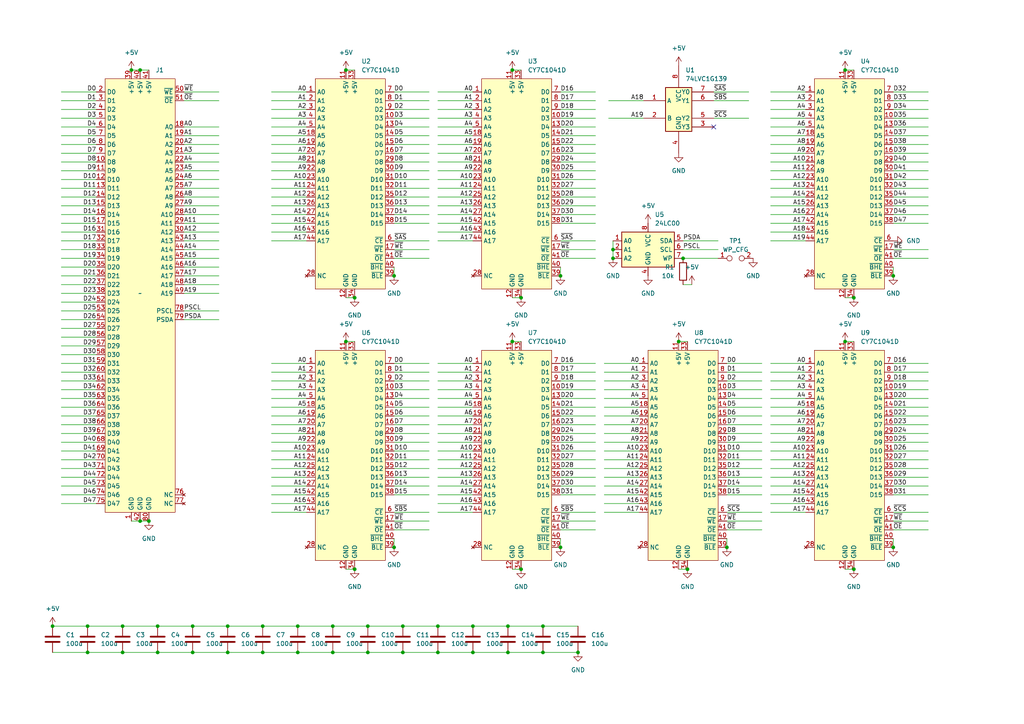
<source format=kicad_sch>
(kicad_sch (version 20230121) (generator eeschema)
  (paper "A4")
  (junction (at 247.65 165.1))
  (junction (at 147.32 181.61))
  (junction (at 137.16 181.61))
  (junction (at 177.8 72.39))
  (junction (at 106.68 189.23))
  (junction (at 25.4 181.61))
  (junction (at 196.85 99.06))
  (junction (at 210.82 158.75))
  (junction (at 40.64 20.32))
  (junction (at 157.48 189.23))
  (junction (at 100.33 99.06))
  (junction (at 15.24 181.61))
  (junction (at 66.04 189.23))
  (junction (at 76.2 181.61))
  (junction (at 100.33 20.32))
  (junction (at 76.2 189.23))
  (junction (at 127 189.23))
  (junction (at 259.08 158.75))
  (junction (at 147.32 189.23))
  (junction (at 43.18 151.13))
  (junction (at 157.48 181.61))
  (junction (at 162.56 158.75))
  (junction (at 66.04 181.61))
  (junction (at 259.08 80.01))
  (junction (at 35.56 181.61))
  (junction (at 127 181.61))
  (junction (at 86.36 181.61))
  (junction (at 55.88 189.23))
  (junction (at 198.12 74.93))
  (junction (at 25.4 189.23))
  (junction (at 102.87 86.36))
  (junction (at 162.56 80.01))
  (junction (at 38.1 20.32))
  (junction (at 45.72 189.23))
  (junction (at 114.3 80.01))
  (junction (at 148.59 20.32))
  (junction (at 86.36 189.23))
  (junction (at 137.16 189.23))
  (junction (at 45.72 181.61))
  (junction (at 102.87 165.1))
  (junction (at 245.11 99.06))
  (junction (at 106.68 181.61))
  (junction (at 116.84 189.23))
  (junction (at 245.11 20.32))
  (junction (at 114.3 158.75))
  (junction (at 35.56 189.23))
  (junction (at 55.88 181.61))
  (junction (at 199.39 165.1))
  (junction (at 148.59 99.06))
  (junction (at 177.8 74.93))
  (junction (at 247.65 86.36))
  (junction (at 96.52 181.61))
  (junction (at 151.13 86.36))
  (junction (at 167.64 189.23))
  (junction (at 40.64 151.13))
  (junction (at 116.84 181.61))
  (junction (at 96.52 189.23))
  (junction (at 151.13 165.1))
  (no_connect (at 207.01 36.83))
  (wire (pts (xy 259.08 151.13) (xy 269.24 151.13)))
  (wire (pts (xy 114.3 49.53) (xy 124.46 49.53)))
  (wire (pts (xy 114.3 143.51) (xy 124.46 143.51)))
  (wire (pts (xy 210.82 140.97) (xy 220.98 140.97)))
  (wire (pts (xy 27.94 118.11) (xy 17.78 118.11)))
  (wire (pts (xy 162.56 135.89) (xy 172.72 135.89)))
  (wire (pts (xy 199.39 165.1) (xy 196.85 165.1)))
  (wire (pts (xy 27.94 92.71) (xy 17.78 92.71)))
  (wire (pts (xy 137.16 54.61) (xy 127 54.61)))
  (wire (pts (xy 185.42 130.81) (xy 175.26 130.81)))
  (wire (pts (xy 259.08 36.83) (xy 269.24 36.83)))
  (wire (pts (xy 162.56 130.81) (xy 172.72 130.81)))
  (wire (pts (xy 27.94 72.39) (xy 17.78 72.39)))
  (wire (pts (xy 259.08 133.35) (xy 269.24 133.35)))
  (wire (pts (xy 137.16 146.05) (xy 127 146.05)))
  (wire (pts (xy 102.87 86.36) (xy 100.33 86.36)))
  (wire (pts (xy 53.34 44.45) (xy 63.5 44.45)))
  (wire (pts (xy 53.34 26.67) (xy 63.5 26.67)))
  (wire (pts (xy 96.52 189.23) (xy 86.36 189.23)))
  (wire (pts (xy 40.64 20.32) (xy 43.18 20.32)))
  (wire (pts (xy 88.9 39.37) (xy 78.74 39.37)))
  (wire (pts (xy 86.36 189.23) (xy 76.2 189.23)))
  (wire (pts (xy 27.94 36.83) (xy 17.78 36.83)))
  (wire (pts (xy 27.94 128.27) (xy 17.78 128.27)))
  (wire (pts (xy 259.08 64.77) (xy 269.24 64.77)))
  (wire (pts (xy 114.3 128.27) (xy 124.46 128.27)))
  (wire (pts (xy 198.12 72.39) (xy 208.28 72.39)))
  (wire (pts (xy 53.34 46.99) (xy 63.5 46.99)))
  (wire (pts (xy 185.42 110.49) (xy 175.26 110.49)))
  (wire (pts (xy 53.34 62.23) (xy 63.5 62.23)))
  (wire (pts (xy 137.16 115.57) (xy 127 115.57)))
  (wire (pts (xy 53.34 69.85) (xy 63.5 69.85)))
  (wire (pts (xy 45.72 181.61) (xy 55.88 181.61)))
  (wire (pts (xy 88.9 57.15) (xy 78.74 57.15)))
  (wire (pts (xy 162.56 44.45) (xy 172.72 44.45)))
  (wire (pts (xy 88.9 26.67) (xy 78.74 26.67)))
  (wire (pts (xy 233.68 148.59) (xy 223.52 148.59)))
  (wire (pts (xy 27.94 123.19) (xy 17.78 123.19)))
  (wire (pts (xy 162.56 151.13) (xy 172.72 151.13)))
  (wire (pts (xy 137.16 105.41) (xy 127 105.41)))
  (wire (pts (xy 233.68 107.95) (xy 223.52 107.95)))
  (wire (pts (xy 167.64 189.23) (xy 157.48 189.23)))
  (wire (pts (xy 210.82 118.11) (xy 220.98 118.11)))
  (wire (pts (xy 259.08 158.75) (xy 259.08 156.21)))
  (wire (pts (xy 137.16 123.19) (xy 127 123.19)))
  (wire (pts (xy 88.9 46.99) (xy 78.74 46.99)))
  (wire (pts (xy 247.65 165.1) (xy 245.11 165.1)))
  (wire (pts (xy 137.16 130.81) (xy 127 130.81)))
  (wire (pts (xy 147.32 189.23) (xy 157.48 189.23)))
  (wire (pts (xy 27.94 120.65) (xy 17.78 120.65)))
  (wire (pts (xy 162.56 80.01) (xy 162.56 77.47)))
  (wire (pts (xy 186.69 29.21) (xy 176.53 29.21)))
  (wire (pts (xy 114.3 110.49) (xy 124.46 110.49)))
  (wire (pts (xy 233.68 29.21) (xy 223.52 29.21)))
  (wire (pts (xy 114.3 26.67) (xy 124.46 26.67)))
  (wire (pts (xy 66.04 181.61) (xy 76.2 181.61)))
  (wire (pts (xy 162.56 72.39) (xy 172.72 72.39)))
  (wire (pts (xy 233.68 133.35) (xy 223.52 133.35)))
  (wire (pts (xy 114.3 72.39) (xy 124.46 72.39)))
  (wire (pts (xy 88.9 110.49) (xy 78.74 110.49)))
  (wire (pts (xy 137.16 29.21) (xy 127 29.21)))
  (wire (pts (xy 27.94 135.89) (xy 17.78 135.89)))
  (wire (pts (xy 233.68 62.23) (xy 223.52 62.23)))
  (wire (pts (xy 233.68 125.73) (xy 223.52 125.73)))
  (wire (pts (xy 100.33 99.06) (xy 102.87 99.06)))
  (wire (pts (xy 259.08 107.95) (xy 269.24 107.95)))
  (wire (pts (xy 27.94 67.31) (xy 17.78 67.31)))
  (wire (pts (xy 88.9 140.97) (xy 78.74 140.97)))
  (wire (pts (xy 114.3 41.91) (xy 124.46 41.91)))
  (wire (pts (xy 55.88 189.23) (xy 66.04 189.23)))
  (wire (pts (xy 207.01 34.29) (xy 217.17 34.29)))
  (wire (pts (xy 162.56 110.49) (xy 172.72 110.49)))
  (wire (pts (xy 259.08 125.73) (xy 269.24 125.73)))
  (wire (pts (xy 185.42 105.41) (xy 175.26 105.41)))
  (wire (pts (xy 162.56 125.73) (xy 172.72 125.73)))
  (wire (pts (xy 116.84 181.61) (xy 127 181.61)))
  (wire (pts (xy 53.34 54.61) (xy 63.5 54.61)))
  (wire (pts (xy 27.94 46.99) (xy 17.78 46.99)))
  (wire (pts (xy 27.94 110.49) (xy 17.78 110.49)))
  (wire (pts (xy 88.9 54.61) (xy 78.74 54.61)))
  (wire (pts (xy 114.3 52.07) (xy 124.46 52.07)))
  (wire (pts (xy 88.9 123.19) (xy 78.74 123.19)))
  (wire (pts (xy 114.3 80.01) (xy 114.3 77.47)))
  (wire (pts (xy 137.16 36.83) (xy 127 36.83)))
  (wire (pts (xy 27.94 102.87) (xy 17.78 102.87)))
  (wire (pts (xy 259.08 46.99) (xy 269.24 46.99)))
  (wire (pts (xy 210.82 151.13) (xy 220.98 151.13)))
  (wire (pts (xy 233.68 57.15) (xy 223.52 57.15)))
  (wire (pts (xy 114.3 158.75) (xy 114.3 156.21)))
  (wire (pts (xy 259.08 59.69) (xy 269.24 59.69)))
  (wire (pts (xy 259.08 80.01) (xy 259.08 77.47)))
  (wire (pts (xy 137.16 39.37) (xy 127 39.37)))
  (wire (pts (xy 185.42 140.97) (xy 175.26 140.97)))
  (wire (pts (xy 210.82 130.81) (xy 220.98 130.81)))
  (wire (pts (xy 114.3 105.41) (xy 124.46 105.41)))
  (wire (pts (xy 53.34 59.69) (xy 63.5 59.69)))
  (wire (pts (xy 27.94 100.33) (xy 17.78 100.33)))
  (wire (pts (xy 114.3 140.97) (xy 124.46 140.97)))
  (wire (pts (xy 259.08 123.19) (xy 269.24 123.19)))
  (wire (pts (xy 137.16 52.07) (xy 127 52.07)))
  (wire (pts (xy 43.18 151.13) (xy 40.64 151.13)))
  (wire (pts (xy 162.56 26.67) (xy 172.72 26.67)))
  (wire (pts (xy 137.16 120.65) (xy 127 120.65)))
  (wire (pts (xy 27.94 143.51) (xy 17.78 143.51)))
  (wire (pts (xy 233.68 113.03) (xy 223.52 113.03)))
  (wire (pts (xy 114.3 123.19) (xy 124.46 123.19)))
  (wire (pts (xy 27.94 140.97) (xy 17.78 140.97)))
  (wire (pts (xy 185.42 138.43) (xy 175.26 138.43)))
  (wire (pts (xy 233.68 135.89) (xy 223.52 135.89)))
  (wire (pts (xy 259.08 57.15) (xy 269.24 57.15)))
  (wire (pts (xy 88.9 143.51) (xy 78.74 143.51)))
  (wire (pts (xy 27.94 97.79) (xy 17.78 97.79)))
  (wire (pts (xy 53.34 57.15) (xy 63.5 57.15)))
  (wire (pts (xy 127 189.23) (xy 116.84 189.23)))
  (wire (pts (xy 233.68 49.53) (xy 223.52 49.53)))
  (wire (pts (xy 137.16 67.31) (xy 127 67.31)))
  (wire (pts (xy 137.16 69.85) (xy 127 69.85)))
  (wire (pts (xy 27.94 87.63) (xy 17.78 87.63)))
  (wire (pts (xy 137.16 64.77) (xy 127 64.77)))
  (wire (pts (xy 114.3 74.93) (xy 124.46 74.93)))
  (wire (pts (xy 27.94 54.61) (xy 17.78 54.61)))
  (wire (pts (xy 137.16 44.45) (xy 127 44.45)))
  (wire (pts (xy 162.56 62.23) (xy 172.72 62.23)))
  (wire (pts (xy 27.94 59.69) (xy 17.78 59.69)))
  (wire (pts (xy 233.68 105.41) (xy 223.52 105.41)))
  (wire (pts (xy 114.3 113.03) (xy 124.46 113.03)))
  (wire (pts (xy 245.11 20.32) (xy 247.65 20.32)))
  (wire (pts (xy 259.08 26.67) (xy 269.24 26.67)))
  (wire (pts (xy 233.68 26.67) (xy 223.52 26.67)))
  (wire (pts (xy 259.08 31.75) (xy 269.24 31.75)))
  (wire (pts (xy 148.59 20.32) (xy 151.13 20.32)))
  (wire (pts (xy 177.8 74.93) (xy 177.8 72.39)))
  (wire (pts (xy 114.3 39.37) (xy 124.46 39.37)))
  (wire (pts (xy 162.56 140.97) (xy 172.72 140.97)))
  (wire (pts (xy 162.56 153.67) (xy 172.72 153.67)))
  (wire (pts (xy 88.9 130.81) (xy 78.74 130.81)))
  (wire (pts (xy 45.72 189.23) (xy 35.56 189.23)))
  (wire (pts (xy 137.16 59.69) (xy 127 59.69)))
  (wire (pts (xy 259.08 120.65) (xy 269.24 120.65)))
  (wire (pts (xy 259.08 128.27) (xy 269.24 128.27)))
  (wire (pts (xy 185.42 123.19) (xy 175.26 123.19)))
  (wire (pts (xy 114.3 118.11) (xy 124.46 118.11)))
  (wire (pts (xy 233.68 36.83) (xy 223.52 36.83)))
  (wire (pts (xy 137.16 133.35) (xy 127 133.35)))
  (wire (pts (xy 151.13 165.1) (xy 148.59 165.1)))
  (wire (pts (xy 55.88 181.61) (xy 66.04 181.61)))
  (wire (pts (xy 162.56 52.07) (xy 172.72 52.07)))
  (wire (pts (xy 88.9 36.83) (xy 78.74 36.83)))
  (wire (pts (xy 259.08 72.39) (xy 269.24 72.39)))
  (wire (pts (xy 162.56 69.85) (xy 172.72 69.85)))
  (wire (pts (xy 233.68 146.05) (xy 223.52 146.05)))
  (wire (pts (xy 245.11 99.06) (xy 247.65 99.06)))
  (wire (pts (xy 233.68 128.27) (xy 223.52 128.27)))
  (wire (pts (xy 53.34 82.55) (xy 63.5 82.55)))
  (wire (pts (xy 185.42 115.57) (xy 175.26 115.57)))
  (wire (pts (xy 137.16 140.97) (xy 127 140.97)))
  (wire (pts (xy 137.16 62.23) (xy 127 62.23)))
  (wire (pts (xy 88.9 146.05) (xy 78.74 146.05)))
  (wire (pts (xy 27.94 26.67) (xy 17.78 26.67)))
  (wire (pts (xy 137.16 31.75) (xy 127 31.75)))
  (wire (pts (xy 114.3 151.13) (xy 124.46 151.13)))
  (wire (pts (xy 233.68 115.57) (xy 223.52 115.57)))
  (wire (pts (xy 27.94 90.17) (xy 17.78 90.17)))
  (wire (pts (xy 27.94 77.47) (xy 17.78 77.47)))
  (wire (pts (xy 259.08 130.81) (xy 269.24 130.81)))
  (wire (pts (xy 210.82 135.89) (xy 220.98 135.89)))
  (wire (pts (xy 162.56 133.35) (xy 172.72 133.35)))
  (wire (pts (xy 162.56 46.99) (xy 172.72 46.99)))
  (wire (pts (xy 162.56 74.93) (xy 172.72 74.93)))
  (wire (pts (xy 35.56 181.61) (xy 45.72 181.61)))
  (wire (pts (xy 233.68 110.49) (xy 223.52 110.49)))
  (wire (pts (xy 137.16 128.27) (xy 127 128.27)))
  (wire (pts (xy 185.42 133.35) (xy 175.26 133.35)))
  (wire (pts (xy 162.56 105.41) (xy 172.72 105.41)))
  (wire (pts (xy 114.3 34.29) (xy 124.46 34.29)))
  (wire (pts (xy 259.08 34.29) (xy 269.24 34.29)))
  (wire (pts (xy 162.56 107.95) (xy 172.72 107.95)))
  (wire (pts (xy 210.82 143.51) (xy 220.98 143.51)))
  (wire (pts (xy 137.16 110.49) (xy 127 110.49)))
  (wire (pts (xy 35.56 189.23) (xy 25.4 189.23)))
  (wire (pts (xy 210.82 113.03) (xy 220.98 113.03)))
  (wire (pts (xy 162.56 138.43) (xy 172.72 138.43)))
  (wire (pts (xy 233.68 44.45) (xy 223.52 44.45)))
  (wire (pts (xy 210.82 133.35) (xy 220.98 133.35)))
  (wire (pts (xy 162.56 143.51) (xy 172.72 143.51)))
  (wire (pts (xy 88.9 120.65) (xy 78.74 120.65)))
  (wire (pts (xy 114.3 44.45) (xy 124.46 44.45)))
  (wire (pts (xy 233.68 59.69) (xy 223.52 59.69)))
  (wire (pts (xy 210.82 128.27) (xy 220.98 128.27)))
  (wire (pts (xy 198.12 74.93) (xy 208.28 74.93)))
  (wire (pts (xy 53.34 80.01) (xy 63.5 80.01)))
  (wire (pts (xy 233.68 138.43) (xy 223.52 138.43)))
  (wire (pts (xy 53.34 36.83) (xy 63.5 36.83)))
  (wire (pts (xy 137.16 41.91) (xy 127 41.91)))
  (wire (pts (xy 185.42 118.11) (xy 175.26 118.11)))
  (wire (pts (xy 162.56 49.53) (xy 172.72 49.53)))
  (wire (pts (xy 233.68 123.19) (xy 223.52 123.19)))
  (wire (pts (xy 233.68 34.29) (xy 223.52 34.29)))
  (wire (pts (xy 66.04 189.23) (xy 76.2 189.23)))
  (wire (pts (xy 259.08 110.49) (xy 269.24 110.49)))
  (wire (pts (xy 259.08 44.45) (xy 269.24 44.45)))
  (wire (pts (xy 114.3 59.69) (xy 124.46 59.69)))
  (wire (pts (xy 259.08 54.61) (xy 269.24 54.61)))
  (wire (pts (xy 114.3 36.83) (xy 124.46 36.83)))
  (wire (pts (xy 233.68 46.99) (xy 223.52 46.99)))
  (wire (pts (xy 88.9 105.41) (xy 78.74 105.41)))
  (wire (pts (xy 88.9 69.85) (xy 78.74 69.85)))
  (wire (pts (xy 27.94 113.03) (xy 17.78 113.03)))
  (wire (pts (xy 53.34 52.07) (xy 63.5 52.07)))
  (wire (pts (xy 210.82 148.59) (xy 220.98 148.59)))
  (wire (pts (xy 137.16 46.99) (xy 127 46.99)))
  (wire (pts (xy 27.94 44.45) (xy 17.78 44.45)))
  (wire (pts (xy 137.16 135.89) (xy 127 135.89)))
  (wire (pts (xy 259.08 153.67) (xy 269.24 153.67)))
  (wire (pts (xy 259.08 49.53) (xy 269.24 49.53)))
  (wire (pts (xy 53.34 74.93) (xy 63.5 74.93)))
  (wire (pts (xy 259.08 138.43) (xy 269.24 138.43)))
  (wire (pts (xy 27.94 69.85) (xy 17.78 69.85)))
  (wire (pts (xy 114.3 130.81) (xy 124.46 130.81)))
  (wire (pts (xy 15.24 181.61) (xy 25.4 181.61)))
  (wire (pts (xy 162.56 128.27) (xy 172.72 128.27)))
  (wire (pts (xy 210.82 115.57) (xy 220.98 115.57)))
  (wire (pts (xy 27.94 105.41) (xy 17.78 105.41)))
  (wire (pts (xy 185.42 146.05) (xy 175.26 146.05)))
  (wire (pts (xy 106.68 181.61) (xy 116.84 181.61)))
  (wire (pts (xy 88.9 52.07) (xy 78.74 52.07)))
  (wire (pts (xy 137.16 189.23) (xy 127 189.23)))
  (wire (pts (xy 127 181.61) (xy 137.16 181.61)))
  (wire (pts (xy 162.56 123.19) (xy 172.72 123.19)))
  (wire (pts (xy 114.3 107.95) (xy 124.46 107.95)))
  (wire (pts (xy 233.68 140.97) (xy 223.52 140.97)))
  (wire (pts (xy 198.12 69.85) (xy 208.28 69.85)))
  (wire (pts (xy 162.56 57.15) (xy 172.72 57.15)))
  (wire (pts (xy 25.4 181.61) (xy 35.56 181.61)))
  (wire (pts (xy 162.56 120.65) (xy 172.72 120.65)))
  (wire (pts (xy 88.9 113.03) (xy 78.74 113.03)))
  (wire (pts (xy 114.3 54.61) (xy 124.46 54.61)))
  (wire (pts (xy 88.9 118.11) (xy 78.74 118.11)))
  (wire (pts (xy 162.56 39.37) (xy 172.72 39.37)))
  (wire (pts (xy 102.87 165.1) (xy 100.33 165.1)))
  (wire (pts (xy 88.9 31.75) (xy 78.74 31.75)))
  (wire (pts (xy 210.82 153.67) (xy 220.98 153.67)))
  (wire (pts (xy 137.16 148.59) (xy 127 148.59)))
  (wire (pts (xy 148.59 99.06) (xy 151.13 99.06)))
  (wire (pts (xy 53.34 64.77) (xy 63.5 64.77)))
  (wire (pts (xy 162.56 31.75) (xy 172.72 31.75)))
  (wire (pts (xy 88.9 128.27) (xy 78.74 128.27)))
  (wire (pts (xy 27.94 85.09) (xy 17.78 85.09)))
  (wire (pts (xy 259.08 140.97) (xy 269.24 140.97)))
  (wire (pts (xy 233.68 120.65) (xy 223.52 120.65)))
  (wire (pts (xy 114.3 64.77) (xy 124.46 64.77)))
  (wire (pts (xy 114.3 62.23) (xy 124.46 62.23)))
  (wire (pts (xy 116.84 189.23) (xy 106.68 189.23)))
  (wire (pts (xy 185.42 125.73) (xy 175.26 125.73)))
  (wire (pts (xy 162.56 113.03) (xy 172.72 113.03)))
  (wire (pts (xy 114.3 153.67) (xy 124.46 153.67)))
  (wire (pts (xy 88.9 115.57) (xy 78.74 115.57)))
  (wire (pts (xy 137.16 138.43) (xy 127 138.43)))
  (wire (pts (xy 185.42 148.59) (xy 175.26 148.59)))
  (wire (pts (xy 114.3 46.99) (xy 124.46 46.99)))
  (wire (pts (xy 114.3 125.73) (xy 124.46 125.73)))
  (wire (pts (xy 259.08 39.37) (xy 269.24 39.37)))
  (wire (pts (xy 88.9 62.23) (xy 78.74 62.23)))
  (wire (pts (xy 185.42 128.27) (xy 175.26 128.27)))
  (wire (pts (xy 114.3 138.43) (xy 124.46 138.43)))
  (wire (pts (xy 185.42 107.95) (xy 175.26 107.95)))
  (wire (pts (xy 27.94 34.29) (xy 17.78 34.29)))
  (wire (pts (xy 259.08 113.03) (xy 269.24 113.03)))
  (wire (pts (xy 27.94 82.55) (xy 17.78 82.55)))
  (wire (pts (xy 114.3 133.35) (xy 124.46 133.35)))
  (wire (pts (xy 53.34 77.47) (xy 63.5 77.47)))
  (wire (pts (xy 53.34 72.39) (xy 63.5 72.39)))
  (wire (pts (xy 233.68 52.07) (xy 223.52 52.07)))
  (wire (pts (xy 76.2 181.61) (xy 86.36 181.61)))
  (wire (pts (xy 88.9 49.53) (xy 78.74 49.53)))
  (wire (pts (xy 162.56 115.57) (xy 172.72 115.57)))
  (wire (pts (xy 53.34 49.53) (xy 63.5 49.53)))
  (wire (pts (xy 147.32 181.61) (xy 157.48 181.61)))
  (wire (pts (xy 27.94 125.73) (xy 17.78 125.73)))
  (wire (pts (xy 27.94 64.77) (xy 17.78 64.77)))
  (wire (pts (xy 162.56 36.83) (xy 172.72 36.83)))
  (wire (pts (xy 186.69 34.29) (xy 176.53 34.29)))
  (wire (pts (xy 137.16 125.73) (xy 127 125.73)))
  (wire (pts (xy 53.34 67.31) (xy 63.5 67.31)))
  (wire (pts (xy 88.9 34.29) (xy 78.74 34.29)))
  (wire (pts (xy 88.9 67.31) (xy 78.74 67.31)))
  (wire (pts (xy 53.34 92.71) (xy 63.5 92.71)))
  (wire (pts (xy 259.08 143.51) (xy 269.24 143.51)))
  (wire (pts (xy 40.64 151.13) (xy 38.1 151.13)))
  (wire (pts (xy 233.68 69.85) (xy 223.52 69.85)))
  (wire (pts (xy 27.94 130.81) (xy 17.78 130.81)))
  (wire (pts (xy 259.08 115.57) (xy 269.24 115.57)))
  (wire (pts (xy 137.16 181.61) (xy 147.32 181.61)))
  (wire (pts (xy 27.94 146.05) (xy 17.78 146.05)))
  (wire (pts (xy 88.9 125.73) (xy 78.74 125.73)))
  (wire (pts (xy 53.34 90.17) (xy 63.5 90.17)))
  (wire (pts (xy 162.56 158.75) (xy 162.56 156.21)))
  (wire (pts (xy 259.08 41.91) (xy 269.24 41.91)))
  (wire (pts (xy 162.56 34.29) (xy 172.72 34.29)))
  (wire (pts (xy 162.56 54.61) (xy 172.72 54.61)))
  (wire (pts (xy 259.08 135.89) (xy 269.24 135.89)))
  (wire (pts (xy 38.1 20.32) (xy 40.64 20.32)))
  (wire (pts (xy 88.9 148.59) (xy 78.74 148.59)))
  (wire (pts (xy 157.48 181.61) (xy 167.64 181.61)))
  (wire (pts (xy 162.56 29.21) (xy 172.72 29.21)))
  (wire (pts (xy 259.08 118.11) (xy 269.24 118.11)))
  (wire (pts (xy 53.34 39.37) (xy 63.5 39.37)))
  (wire (pts (xy 185.42 120.65) (xy 175.26 120.65)))
  (wire (pts (xy 233.68 67.31) (xy 223.52 67.31)))
  (wire (pts (xy 25.4 189.23) (xy 15.24 189.23)))
  (wire (pts (xy 162.56 64.77) (xy 172.72 64.77)))
  (wire (pts (xy 185.42 143.51) (xy 175.26 143.51)))
  (wire (pts (xy 27.94 80.01) (xy 17.78 80.01)))
  (wire (pts (xy 259.08 105.41) (xy 269.24 105.41)))
  (wire (pts (xy 86.36 181.61) (xy 96.52 181.61)))
  (wire (pts (xy 233.68 130.81) (xy 223.52 130.81)))
  (wire (pts (xy 114.3 69.85) (xy 124.46 69.85)))
  (wire (pts (xy 233.68 118.11) (xy 223.52 118.11)))
  (wire (pts (xy 259.08 148.59) (xy 269.24 148.59)))
  (wire (pts (xy 114.3 135.89) (xy 124.46 135.89)))
  (wire (pts (xy 233.68 54.61) (xy 223.52 54.61)))
  (wire (pts (xy 55.88 189.23) (xy 45.72 189.23)))
  (wire (pts (xy 233.68 41.91) (xy 223.52 41.91)))
  (wire (pts (xy 233.68 39.37) (xy 223.52 39.37)))
  (wire (pts (xy 207.01 29.21) (xy 217.17 29.21)))
  (wire (pts (xy 177.8 72.39) (xy 177.8 69.85)))
  (wire (pts (xy 185.42 135.89) (xy 175.26 135.89)))
  (wire (pts (xy 114.3 57.15) (xy 124.46 57.15)))
  (wire (pts (xy 27.94 95.25) (xy 17.78 95.25)))
  (wire (pts (xy 247.65 86.36) (xy 245.11 86.36)))
  (wire (pts (xy 27.94 107.95) (xy 17.78 107.95)))
  (wire (pts (xy 27.94 62.23) (xy 17.78 62.23)))
  (wire (pts (xy 88.9 64.77) (xy 78.74 64.77)))
  (wire (pts (xy 259.08 29.21) (xy 269.24 29.21)))
  (wire (pts (xy 114.3 31.75) (xy 124.46 31.75)))
  (wire (pts (xy 162.56 41.91) (xy 172.72 41.91)))
  (wire (pts (xy 233.68 64.77) (xy 223.52 64.77)))
  (wire (pts (xy 210.82 105.41) (xy 220.98 105.41)))
  (wire (pts (xy 106.68 189.23) (xy 96.52 189.23)))
  (wire (pts (xy 88.9 41.91) (xy 78.74 41.91)))
  (wire (pts (xy 27.94 74.93) (xy 17.78 74.93)))
  (wire (pts (xy 53.34 85.09) (xy 63.5 85.09)))
  (wire (pts (xy 162.56 59.69) (xy 172.72 59.69)))
  (wire (pts (xy 137.16 118.11) (xy 127 118.11)))
  (wire (pts (xy 137.16 57.15) (xy 127 57.15)))
  (wire (pts (xy 137.16 189.23) (xy 147.32 189.23)))
  (wire (pts (xy 137.16 49.53) (xy 127 49.53)))
  (wire (pts (xy 27.94 41.91) (xy 17.78 41.91)))
  (wire (pts (xy 27.94 31.75) (xy 17.78 31.75)))
  (wire (pts (xy 210.82 110.49) (xy 220.98 110.49)))
  (wire (pts (xy 88.9 29.21) (xy 78.74 29.21)))
  (wire (pts (xy 210.82 107.95) (xy 220.98 107.95)))
  (wire (pts (xy 137.16 34.29) (xy 127 34.29)))
  (wire (pts (xy 137.16 143.51) (xy 127 143.51)))
  (wire (pts (xy 88.9 107.95) (xy 78.74 107.95)))
  (wire (pts (xy 233.68 31.75) (xy 223.52 31.75)))
  (wire (pts (xy 114.3 120.65) (xy 124.46 120.65)))
  (wire (pts (xy 27.94 133.35) (xy 17.78 133.35)))
  (wire (pts (xy 27.94 39.37) (xy 17.78 39.37)))
  (wire (pts (xy 27.94 138.43) (xy 17.78 138.43)))
  (wire (pts (xy 88.9 138.43) (xy 78.74 138.43)))
  (wire (pts (xy 259.08 62.23) (xy 269.24 62.23)))
  (wire (pts (xy 88.9 135.89) (xy 78.74 135.89)))
  (wire (pts (xy 96.52 181.61) (xy 106.68 181.61)))
  (wire (pts (xy 114.3 115.57) (xy 124.46 115.57)))
  (wire (pts (xy 137.16 26.67) (xy 127 26.67)))
  (wire (pts (xy 200.66 82.55) (xy 198.12 82.55)))
  (wire (pts (xy 27.94 115.57) (xy 17.78 115.57)))
  (wire (pts (xy 137.16 107.95) (xy 127 107.95)))
  (wire (pts (xy 100.33 20.32) (xy 102.87 20.32)))
  (wire (pts (xy 27.94 49.53) (xy 17.78 49.53)))
  (wire (pts (xy 210.82 138.43) (xy 220.98 138.43)))
  (wire (pts (xy 210.82 120.65) (xy 220.98 120.65)))
  (wire (pts (xy 27.94 29.21) (xy 17.78 29.21)))
  (wire (pts (xy 88.9 133.35) (xy 78.74 133.35)))
  (wire (pts (xy 185.42 113.03) (xy 175.26 113.03)))
  (wire (pts (xy 53.34 41.91) (xy 63.5 41.91)))
  (wire (pts (xy 162.56 118.11) (xy 172.72 118.11)))
  (wire (pts (xy 114.3 29.21) (xy 124.46 29.21)))
  (wire (pts (xy 114.3 148.59) (xy 124.46 148.59)))
  (wire (pts (xy 233.68 143.51) (xy 223.52 143.51)))
  (wire (pts (xy 137.16 113.03) (xy 127 113.03)))
  (wire (pts (xy 259.08 74.93) (xy 269.24 74.93)))
  (wire (pts (xy 162.56 148.59) (xy 172.72 148.59)))
  (wire (pts (xy 210.82 158.75) (xy 210.82 156.21)))
  (wire (pts (xy 88.9 44.45) (xy 78.74 44.45)))
  (wire (pts (xy 259.08 52.07) (xy 269.24 52.07)))
  (wire (pts (xy 207.01 26.67) (xy 217.17 26.67)))
  (wire (pts (xy 88.9 59.69) (xy 78.74 59.69)))
  (wire (pts (xy 210.82 125.73) (xy 220.98 125.73)))
  (wire (pts (xy 27.94 52.07) (xy 17.78 52.07)))
  (wire (pts (xy 53.34 29.21) (xy 63.5 29.21)))
  (wire (pts (xy 27.94 57.15) (xy 17.78 57.15)))
  (wire (pts (xy 151.13 86.36) (xy 148.59 86.36)))
  (wire (pts (xy 210.82 123.19) (xy 220.98 123.19)))
  (wire (pts (xy 196.85 99.06) (xy 199.39 99.06)))
  (label "D10" (at 27.94 52.07 180))
  (label "D10" (at 210.82 130.81 0))
  (label "A6" (at 233.68 36.83 180))
  (label "A0" (at 233.68 105.41 180))
  (label "D22" (at 259.08 120.65 0))
  (label "A11" (at 233.68 49.53 180))
  (label "A9" (at 185.42 128.27 180))
  (label "D8" (at 27.94 46.99 180))
  (label "A14" (at 137.16 62.23 180))
  (label "D26" (at 162.56 130.81 0))
  (label "~{SBS}" (at 162.56 148.59 0))
  (label "A14" (at 185.42 140.97 180))
  (label "A2" (at 137.16 31.75 180))
  (label "A12" (at 185.42 135.89 180))
  (label "D38" (at 27.94 123.19 180))
  (label "A8" (at 88.9 125.73 180))
  (label "A13" (at 185.42 138.43 180))
  (label "D3" (at 210.82 113.03 0))
  (label "D20" (at 162.56 36.83 0))
  (label "A10" (at 53.34 62.23 0))
  (label "D39" (at 27.94 125.73 180))
  (label "D31" (at 27.94 105.41 180))
  (label "A1" (at 185.42 107.95 180))
  (label "D17" (at 162.56 107.95 0))
  (label "D33" (at 259.08 29.21 0))
  (label "D21" (at 27.94 80.01 180))
  (label "D24" (at 259.08 125.73 0))
  (label "A16" (at 53.34 77.47 0))
  (label "D34" (at 27.94 113.03 180))
  (label "D12" (at 114.3 135.89 0))
  (label "D14" (at 27.94 62.23 180))
  (label "D22" (at 162.56 41.91 0))
  (label "A3" (at 137.16 34.29 180))
  (label "A1" (at 88.9 29.21 180))
  (label "~{WE}" (at 162.56 72.39 0))
  (label "D6" (at 27.94 41.91 180))
  (label "A4" (at 137.16 36.83 180))
  (label "~{WE}" (at 114.3 72.39 0))
  (label "D13" (at 114.3 138.43 0))
  (label "D16" (at 162.56 26.67 0))
  (label "~{OE}" (at 210.82 153.67 0))
  (label "D14" (at 114.3 140.97 0))
  (label "A2" (at 233.68 26.67 180))
  (label "A3" (at 233.68 29.21 180))
  (label "D5" (at 27.94 39.37 180))
  (label "A17" (at 53.34 80.01 0))
  (label "~{SCS}" (at 210.82 148.59 0))
  (label "D27" (at 259.08 133.35 0))
  (label "D0" (at 27.94 26.67 180))
  (label "D42" (at 259.08 52.07 0))
  (label "D15" (at 210.82 143.51 0))
  (label "D21" (at 259.08 118.11 0))
  (label "D19" (at 162.56 34.29 0))
  (label "D6" (at 114.3 120.65 0))
  (label "A1" (at 137.16 107.95 180))
  (label "A16" (at 185.42 146.05 180))
  (label "D31" (at 259.08 143.51 0))
  (label "A12" (at 88.9 135.89 180))
  (label "A7" (at 88.9 44.45 180))
  (label "A17" (at 88.9 148.59 180))
  (label "D25" (at 27.94 90.17 180))
  (label "D30" (at 27.94 102.87 180))
  (label "A8" (at 53.34 57.15 0))
  (label "A6" (at 137.16 41.91 180))
  (label "D15" (at 114.3 64.77 0))
  (label "D5" (at 114.3 39.37 0))
  (label "A13" (at 88.9 59.69 180))
  (label "A6" (at 88.9 120.65 180))
  (label "D23" (at 162.56 44.45 0))
  (label "A15" (at 53.34 74.93 0))
  (label "D3" (at 114.3 113.03 0))
  (label "A12" (at 88.9 57.15 180))
  (label "D36" (at 259.08 36.83 0))
  (label "A4" (at 137.16 115.57 180))
  (label "A9" (at 137.16 49.53 180))
  (label "A15" (at 137.16 64.77 180))
  (label "D27" (at 27.94 95.25 180))
  (label "A9" (at 88.9 49.53 180))
  (label "D47" (at 259.08 64.77 0))
  (label "D35" (at 259.08 34.29 0))
  (label "~{WE}" (at 259.08 151.13 0))
  (label "A3" (at 88.9 113.03 180))
  (label "D22" (at 162.56 120.65 0))
  (label "A2" (at 137.16 110.49 180))
  (label "D5" (at 114.3 118.11 0))
  (label "A8" (at 233.68 125.73 180))
  (label "A18" (at 53.34 82.55 0))
  (label "A19" (at 233.68 69.85 180))
  (label "A16" (at 137.16 67.31 180))
  (label "A10" (at 233.68 46.99 180))
  (label "D10" (at 114.3 130.81 0))
  (label "D24" (at 162.56 46.99 0))
  (label "A0" (at 137.16 26.67 180))
  (label "A7" (at 88.9 123.19 180))
  (label "D12" (at 27.94 57.15 180))
  (label "~{OE}" (at 259.08 74.93 0))
  (label "A12" (at 233.68 52.07 180))
  (label "~{SCS}" (at 259.08 148.59 0))
  (label "A11" (at 88.9 133.35 180))
  (label "A11" (at 185.42 133.35 180))
  (label "D23" (at 259.08 123.19 0))
  (label "D16" (at 162.56 105.41 0))
  (label "A9" (at 233.68 128.27 180))
  (label "D17" (at 162.56 29.21 0))
  (label "D28" (at 162.56 57.15 0))
  (label "A18" (at 186.69 29.21 180))
  (label "A11" (at 233.68 133.35 180))
  (label "D36" (at 27.94 118.11 180))
  (label "A8" (at 137.16 46.99 180))
  (label "A7" (at 137.16 44.45 180))
  (label "D8" (at 114.3 46.99 0))
  (label "A14" (at 233.68 57.15 180))
  (label "A14" (at 88.9 140.97 180))
  (label "A6" (at 233.68 120.65 180))
  (label "A4" (at 185.42 115.57 180))
  (label "A4" (at 233.68 115.57 180))
  (label "D17" (at 259.08 107.95 0))
  (label "D25" (at 162.56 128.27 0))
  (label "D31" (at 162.56 64.77 0))
  (label "A16" (at 233.68 146.05 180))
  (label "D28" (at 27.94 97.79 180))
  (label "D20" (at 27.94 77.47 180))
  (label "A8" (at 233.68 41.91 180))
  (label "D25" (at 259.08 128.27 0))
  (label "A7" (at 185.42 123.19 180))
  (label "D0" (at 114.3 105.41 0))
  (label "A6" (at 53.34 52.07 0))
  (label "D9" (at 27.94 49.53 180))
  (label "~{SBS}" (at 114.3 148.59 0))
  (label "D3" (at 27.94 34.29 180))
  (label "A5" (at 185.42 118.11 180))
  (label "A2" (at 233.68 110.49 180))
  (label "D43" (at 27.94 135.89 180))
  (label "A10" (at 88.9 130.81 180))
  (label "A12" (at 137.16 135.89 180))
  (label "D40" (at 27.94 128.27 180))
  (label "D45" (at 27.94 140.97 180))
  (label "D11" (at 114.3 133.35 0))
  (label "D11" (at 27.94 54.61 180))
  (label "D1" (at 114.3 29.21 0))
  (label "D46" (at 259.08 62.23 0))
  (label "D19" (at 162.56 113.03 0))
  (label "D45" (at 259.08 59.69 0))
  (label "A8" (at 88.9 46.99 180))
  (label "D19" (at 259.08 113.03 0))
  (label "D4" (at 27.94 36.83 180))
  (label "A5" (at 137.16 39.37 180))
  (label "A11" (at 137.16 133.35 180))
  (label "D26" (at 27.94 92.71 180))
  (label "D5" (at 210.82 118.11 0))
  (label "D4" (at 114.3 115.57 0))
  (label "D9" (at 114.3 49.53 0))
  (label "D17" (at 27.94 69.85 180))
  (label "A6" (at 137.16 120.65 180))
  (label "A5" (at 88.9 39.37 180))
  (label "D28" (at 162.56 135.89 0))
  (label "D32" (at 259.08 26.67 0))
  (label "D27" (at 162.56 133.35 0))
  (label "A10" (at 88.9 52.07 180))
  (label "~{SAS}" (at 114.3 69.85 0))
  (label "A1" (at 137.16 29.21 180))
  (label "A9" (at 53.34 59.69 0))
  (label "D4" (at 210.82 115.57 0))
  (label "A2" (at 88.9 31.75 180))
  (label "D38" (at 259.08 41.91 0))
  (label "A19" (at 186.69 34.29 180))
  (label "A5" (at 53.34 49.53 0))
  (label "D34" (at 259.08 31.75 0))
  (label "D10" (at 114.3 52.07 0))
  (label "D30" (at 162.56 140.97 0))
  (label "D4" (at 114.3 36.83 0))
  (label "D2" (at 114.3 110.49 0))
  (label "~{WE}" (at 162.56 151.13 0))
  (label "A15" (at 137.16 143.51 180))
  (label "D6" (at 210.82 120.65 0))
  (label "D6" (at 114.3 41.91 0))
  (label "D23" (at 27.94 85.09 180))
  (label "D7" (at 210.82 123.19 0))
  (label "A14" (at 88.9 62.23 180))
  (label "D41" (at 259.08 49.53 0))
  (label "~{OE}" (at 259.08 153.67 0))
  (label "A12" (at 53.34 67.31 0))
  (label "A15" (at 88.9 64.77 180))
  (label "A17" (at 233.68 64.77 180))
  (label "~{WE}" (at 114.3 151.13 0))
  (label "D1" (at 114.3 107.95 0))
  (label "A16" (at 137.16 146.05 180))
  (label "A4" (at 53.34 46.99 0))
  (label "PSDA" (at 198.12 69.85 0))
  (label "A16" (at 88.9 146.05 180))
  (label "A4" (at 88.9 36.83 180))
  (label "D25" (at 162.56 49.53 0))
  (label "A18" (at 233.68 67.31 180))
  (label "A6" (at 88.9 41.91 180))
  (label "A15" (at 233.68 143.51 180))
  (label "~{SAS}" (at 207.01 26.67 0))
  (label "D20" (at 259.08 115.57 0))
  (label "D2" (at 114.3 31.75 0))
  (label "D2" (at 27.94 31.75 180))
  (label "D21" (at 162.56 39.37 0))
  (label "D7" (at 114.3 44.45 0))
  (label "A17" (at 137.16 69.85 180))
  (label "D31" (at 162.56 143.51 0))
  (label "~{WE}" (at 259.08 72.39 0))
  (label "A15" (at 88.9 143.51 180))
  (label "D0" (at 210.82 105.41 0))
  (label "D30" (at 259.08 140.97 0))
  (label "A11" (at 53.34 64.77 0))
  (label "A17" (at 88.9 69.85 180))
  (label "D11" (at 210.82 133.35 0))
  (label "D43" (at 259.08 54.61 0))
  (label "D29" (at 162.56 59.69 0))
  (label "A3" (at 137.16 113.03 180))
  (label "D26" (at 162.56 52.07 0))
  (label "A7" (at 233.68 39.37 180))
  (label "D9" (at 210.82 128.27 0))
  (label "D7" (at 114.3 123.19 0))
  (label "D42" (at 27.94 133.35 180))
  (label "A5" (at 233.68 118.11 180))
  (label "D44" (at 259.08 57.15 0))
  (label "D15" (at 114.3 143.51 0))
  (label "D0" (at 114.3 26.67 0))
  (label "~{OE}" (at 162.56 74.93 0))
  (label "PSCL" (at 198.12 72.39 0))
  (label "A5" (at 233.68 34.29 180))
  (label "A13" (at 233.68 54.61 180))
  (label "D24" (at 162.56 125.73 0))
  (label "D22" (at 27.94 82.55 180))
  (label "D13" (at 114.3 59.69 0))
  (label "PSCL" (at 53.34 90.17 0))
  (label "D2" (at 210.82 110.49 0))
  (label "D13" (at 27.94 59.69 180))
  (label "A3" (at 53.34 44.45 0))
  (label "~{OE}" (at 114.3 153.67 0))
  (label "D18" (at 162.56 110.49 0))
  (label "A0" (at 88.9 105.41 180))
  (label "A6" (at 185.42 120.65 180))
  (label "D35" (at 27.94 115.57 180))
  (label "A13" (at 53.34 69.85 0))
  (label "D39" (at 259.08 44.45 0))
  (label "A8" (at 137.16 125.73 180))
  (label "D20" (at 162.56 115.57 0))
  (label "D9" (at 114.3 128.27 0))
  (label "~{WE}" (at 53.34 26.67 0))
  (label "A11" (at 137.16 54.61 180))
  (label "A3" (at 88.9 34.29 180))
  (label "A1" (at 233.68 107.95 180))
  (label "D7" (at 27.94 44.45 180))
  (label "D47" (at 27.94 146.05 180))
  (label "~{WE}" (at 210.82 151.13 0))
  (label "D21" (at 162.56 118.11 0))
  (label "A12" (at 233.68 135.89 180))
  (label "A14" (at 233.68 140.97 180))
  (label "D30" (at 162.56 62.23 0))
  (label "D14" (at 210.82 140.97 0))
  (label "A4" (at 233.68 31.75 180))
  (label "A0" (at 88.9 26.67 180))
  (label "D12" (at 114.3 57.15 0))
  (label "D28" (at 259.08 135.89 0))
  (label "D24" (at 27.94 87.63 180))
  (label "A13" (at 137.16 59.69 180))
  (label "A5" (at 88.9 118.11 180))
  (label "D12" (at 210.82 135.89 0))
  (label "A4" (at 88.9 115.57 180))
  (label "PSDA" (at 53.34 92.71 0))
  (label "A1" (at 53.34 39.37 0))
  (label "A10" (at 233.68 130.81 180))
  (label "D37" (at 27.94 120.65 180))
  (label "~{OE}" (at 162.56 153.67 0))
  (label "D26" (at 259.08 130.81 0))
  (label "A3" (at 233.68 113.03 180))
  (label "A14" (at 137.16 140.97 180))
  (label "A13" (at 88.9 138.43 180))
  (label "~{OE}" (at 53.34 29.21 0))
  (label "D33" (at 27.94 110.49 180))
  (label "A15" (at 233.68 59.69 180))
  (label "A14" (at 53.34 72.39 0))
  (label "A19" (at 53.34 85.09 0))
  (label "A2" (at 53.34 41.91 0))
  (label "A11" (at 88.9 54.61 180))
  (label "D18" (at 259.08 110.49 0))
  (label "D29" (at 259.08 138.43 0))
  (label "~{SBS}" (at 207.01 29.21 0))
  (label "A10" (at 137.16 52.07 180))
  (label "D15" (at 27.94 64.77 180))
  (label "A17" (at 185.42 148.59 180))
  (label "A8" (at 185.42 125.73 180))
  (label "D32" (at 27.94 107.95 180))
  (label "D27" (at 162.56 54.61 0))
  (label "A12" (at 137.16 57.15 180))
  (label "A2" (at 88.9 110.49 180))
  (label "D19" (at 27.94 74.93 180))
  (label "D8" (at 114.3 125.73 0))
  (label "~{SAS}" (at 162.56 69.85 0))
  (label "D1" (at 27.94 29.21 180))
  (label "D18" (at 27.94 72.39 180))
  (label "A17" (at 137.16 148.59 180))
  (label "D1" (at 210.82 107.95 0))
  (label "A10" (at 185.42 130.81 180))
  (label "D41" (at 27.94 130.81 180))
  (label "D44" (at 27.94 138.43 180))
  (label "A13" (at 137.16 138.43 180))
  (label "A9" (at 88.9 128.27 180))
  (label "A16" (at 88.9 67.31 180))
  (label "A1" (at 88.9 107.95 180))
  (label "A3" (at 185.42 113.03 180))
  (label "D16" (at 27.94 67.31 180))
  (label "~{OE}" (at 114.3 74.93 0))
  (label "D37" (at 259.08 39.37 0))
  (label "D3" (at 114.3 34.29 0))
  (label "A2" (at 185.42 110.49 180))
  (label "A17" (at 233.68 148.59 180))
  (label "D46" (at 27.94 143.51 180))
  (label "D8" (at 210.82 125.73 0))
  (label "~{SCS}" (at 207.01 34.29 0))
  (label "D40" (at 259.08 46.99 0))
  (label "A7" (at 53.34 54.61 0))
  (label "D18" (at 162.56 31.75 0))
  (label "A15" (at 185.42 143.51 180))
  (label "A0" (at 185.42 105.41 180))
  (label "A0" (at 137.16 105.41 180))
  (label "A9" (at 233.68 44.45 180))
  (label "D29" (at 27.94 100.33 180))
  (label "A7" (at 233.68 123.19 180))
  (label "A0" (at 53.34 36.83 0))
  (label "A10" (at 137.16 130.81 180))
  (label "A9" (at 137.16 128.27 180))
  (label "D29" (at 162.56 138.43 0))
  (label "A13" (at 233.68 138.43 180))
  (label "A16" (at 233.68 62.23 180))
  (label "A7" (at 137.16 123.19 180))
  (label "D13" (at 210.82 138.43 0))
  (label "D14" (at 114.3 62.23 0))
  (label "D23" (at 162.56 123.19 0))
  (label "D16" (at 259.08 105.41 0))
  (label "A5" (at 137.16 118.11 180))
  (label "D11" (at 114.3 54.61 0))
  (symbol (lib_id "power:+5V") (at 196.85 99.06 0) (unit 1)
    (property "Reference" "#PWR020" (effects hide))
    (property "Value" "+5V" (at 196.85 93.98 0))
  )
  (symbol (lib_id "m68k-hbc-ic:CY7C1041D") (at 198.12 130.81 0) (unit 1)
    (property "Reference" "U8" (at 201.3459 96.52 0) (effects (justify left)))
    (property "Value" "CY7C1041D" (at 201.3459 99.06 0) (effects (justify left)))
    (property "Footprint" "Package_SO:TSOP-II-44_10.16x18.41mm_P0.8mm" (effects hide))
  )
  (symbol (lib_id "power:GND") (at 199.39 165.1 0) (unit 1)
    (property "Reference" "#PWR029" (effects hide))
    (property "Value" "GND" (at 199.39 170.18 0))
  )
  (symbol (lib_id "power:GND") (at 218.44 74.93 0) (unit 1)
    (property "Reference" "#PWR09" (effects hide))
    (property "Value" "GND" (at 218.44 80.01 0))
  )
  (symbol (lib_id "Device:C") (at 86.36 185.42 0) (unit 1)
    (property "Reference" "C8" (at 90.17 184.15 0) (effects (justify left)))
    (property "Value" "100u" (at 90.17 186.69 0) (effects (justify left)))
    (property "Footprint" "Capacitor_SMD:C_0603_1608Metric_Pad1.08x0.95mm_HandSolder" (effects hide))
  )
  (symbol (lib_id "Device:C") (at 35.56 185.42 0) (unit 1)
    (property "Reference" "C3" (at 39.37 184.15 0) (effects (justify left)))
    (property "Value" "100u" (at 39.37 186.69 0) (effects (justify left)))
    (property "Footprint" "Capacitor_SMD:C_0603_1608Metric_Pad1.08x0.95mm_HandSolder" (effects hide))
  )
  (symbol (lib_id "power:+5V") (at 245.11 99.06 0) (unit 1)
    (property "Reference" "#PWR021" (effects hide))
    (property "Value" "+5V" (at 245.11 93.98 0))
  )
  (symbol (lib_id "power:GND") (at 259.08 80.01 0) (unit 1)
    (property "Reference" "#PWR013" (effects hide))
    (property "Value" "GND" (at 259.08 85.09 0))
  )
  (symbol (lib_id "power:GND") (at 114.3 158.75 0) (unit 1)
    (property "Reference" "#PWR023" (effects hide))
    (property "Value" "GND" (at 114.3 163.83 0))
  )
  (symbol (lib_id "Memory_EEPROM:24LC00") (at 187.96 72.39 0) (unit 1)
    (property "Reference" "U5" (at 189.9159 62.23 0) (effects (justify left)))
    (property "Value" "24LC00" (at 189.9159 64.77 0) (effects (justify left)))
    (property "Footprint" "Package_SO:SOIC-8_3.9x4.9mm_P1.27mm" (effects hide))
    (property "Datasheet" "http://ww1.microchip.com/downloads/en/DeviceDoc/21178G.pdf" (effects hide))
  )
  (symbol (lib_id "power:+5V") (at 148.59 99.06 0) (unit 1)
    (property "Reference" "#PWR019" (effects hide))
    (property "Value" "+5V" (at 148.59 93.98 0))
  )
  (symbol (lib_id "power:GND") (at 259.08 69.85 90) (unit 1)
    (property "Reference" "#PWR033" (effects hide))
    (property "Value" "GND" (at 262.89 69.85 90) (effects (justify right)))
  )
  (symbol (lib_id "Device:C") (at 55.88 185.42 0) (unit 1)
    (property "Reference" "C5" (at 59.69 184.15 0) (effects (justify left)))
    (property "Value" "100u" (at 59.69 186.69 0) (effects (justify left)))
    (property "Footprint" "Capacitor_SMD:C_0603_1608Metric_Pad1.08x0.95mm_HandSolder" (effects hide))
  )
  (symbol (lib_id "power:GND") (at 259.08 158.75 0) (unit 1)
    (property "Reference" "#PWR026" (effects hide))
    (property "Value" "GND" (at 259.08 163.83 0))
  )
  (symbol (lib_id "Device:R") (at 198.12 78.74 0) (mirror y) (unit 1)
    (property "Reference" "R1" (at 195.58 77.47 0) (effects (justify left)))
    (property "Value" "10k" (at 195.58 80.01 0) (effects (justify left)))
    (property "Footprint" "Resistor_SMD:R_0603_1608Metric_Pad0.98x0.95mm_HandSolder" (effects hide))
  )
  (symbol (lib_id "Device:C") (at 167.64 185.42 0) (unit 1)
    (property "Reference" "C16" (at 171.45 184.15 0) (effects (justify left)))
    (property "Value" "100u" (at 171.45 186.69 0) (effects (justify left)))
    (property "Footprint" "Capacitor_SMD:C_0603_1608Metric_Pad1.08x0.95mm_HandSolder" (effects hide))
  )
  (symbol (lib_id "Device:C") (at 66.04 185.42 0) (unit 1)
    (property "Reference" "C6" (at 69.85 184.15 0) (effects (justify left)))
    (property "Value" "100u" (at 69.85 186.69 0) (effects (justify left)))
    (property "Footprint" "Capacitor_SMD:C_0603_1608Metric_Pad1.08x0.95mm_HandSolder" (effects hide))
  )
  (symbol (lib_id "m68k-hbc-conn:SIMM80_Cache") (at 40.64 86.36 0) (unit 1)
    (property "Reference" "J1" (at 45.1359 20.32 0) (effects (justify left)))
    (property "Value" "~" (at 40.64 85.09 0))
    (property "Footprint" "m68k-hbc-conn:SIMM80_CardEdge" (effects hide))
  )
  (symbol (lib_id "power:+5V") (at 148.59 20.32 0) (unit 1)
    (property "Reference" "#PWR04" (effects hide))
    (property "Value" "+5V" (at 148.59 15.24 0))
  )
  (symbol (lib_id "Device:C") (at 127 185.42 0) (unit 1)
    (property "Reference" "C12" (at 130.81 184.15 0) (effects (justify left)))
    (property "Value" "100u" (at 130.81 186.69 0) (effects (justify left)))
    (property "Footprint" "Capacitor_SMD:C_0603_1608Metric_Pad1.08x0.95mm_HandSolder" (effects hide))
  )
  (symbol (lib_id "power:+5V") (at 100.33 20.32 0) (unit 1)
    (property "Reference" "#PWR03" (effects hide))
    (property "Value" "+5V" (at 100.33 15.24 0))
  )
  (symbol (lib_id "m68k-hbc-ic:CY7C1041D") (at 246.38 52.07 0) (unit 1)
    (property "Reference" "U4" (at 249.6059 17.78 0) (effects (justify left)))
    (property "Value" "CY7C1041D" (at 249.6059 20.32 0) (effects (justify left)))
    (property "Footprint" "Package_SO:TSOP-II-44_10.16x18.41mm_P0.8mm" (effects hide))
  )
  (symbol (lib_id "power:GND") (at 167.64 189.23 0) (unit 1)
    (property "Reference" "#PWR032" (effects hide))
    (property "Value" "GND" (at 167.64 194.31 0))
  )
  (symbol (lib_id "power:+5V") (at 196.85 19.05 0) (unit 1)
    (property "Reference" "#PWR01" (effects hide))
    (property "Value" "+5V" (at 196.85 13.97 0))
  )
  (symbol (lib_id "m68k-hbc-ic:CY7C1041D") (at 101.6 130.81 0) (unit 1)
    (property "Reference" "U6" (at 104.8259 96.52 0) (effects (justify left)))
    (property "Value" "CY7C1041D" (at 104.8259 99.06 0) (effects (justify left)))
    (property "Footprint" "Package_SO:TSOP-II-44_10.16x18.41mm_P0.8mm" (effects hide))
  )
  (symbol (lib_id "power:+5V") (at 200.66 82.55 0) (unit 1)
    (property "Reference" "#PWR014" (effects hide))
    (property "Value" "+5V" (at 200.66 77.47 0))
  )
  (symbol (lib_id "power:GND") (at 102.87 165.1 0) (unit 1)
    (property "Reference" "#PWR027" (effects hide))
    (property "Value" "GND" (at 102.87 170.18 0))
  )
  (symbol (lib_id "power:GND") (at 187.96 80.01 0) (unit 1)
    (property "Reference" "#PWR012" (effects hide))
    (property "Value" "GND" (at 187.96 85.09 0))
  )
  (symbol (lib_id "Device:C") (at 45.72 185.42 0) (unit 1)
    (property "Reference" "C4" (at 49.53 184.15 0) (effects (justify left)))
    (property "Value" "100u" (at 49.53 186.69 0) (effects (justify left)))
    (property "Footprint" "Capacitor_SMD:C_0603_1608Metric_Pad1.08x0.95mm_HandSolder" (effects hide))
  )
  (symbol (lib_id "power:GND") (at 162.56 80.01 0) (unit 1)
    (property "Reference" "#PWR011" (effects hide))
    (property "Value" "GND" (at 162.56 85.09 0))
  )
  (symbol (lib_id "Device:C") (at 96.52 185.42 0) (unit 1)
    (property "Reference" "C9" (at 100.33 184.15 0) (effects (justify left)))
    (property "Value" "100u" (at 100.33 186.69 0) (effects (justify left)))
    (property "Footprint" "Capacitor_SMD:C_0603_1608Metric_Pad1.08x0.95mm_HandSolder" (effects hide))
  )
  (symbol (lib_id "power:+5V") (at 100.33 99.06 0) (unit 1)
    (property "Reference" "#PWR018" (effects hide))
    (property "Value" "+5V" (at 100.33 93.98 0))
  )
  (symbol (lib_id "power:GND") (at 247.65 165.1 0) (unit 1)
    (property "Reference" "#PWR030" (effects hide))
    (property "Value" "GND" (at 247.65 170.18 0))
  )
  (symbol (lib_id "m68k-hbc-ic:CY7C1041D") (at 101.6 52.07 0) (unit 1)
    (property "Reference" "U2" (at 104.8259 17.78 0) (effects (justify left)))
    (property "Value" "CY7C1041D" (at 104.8259 20.32 0) (effects (justify left)))
    (property "Footprint" "Package_SO:TSOP-II-44_10.16x18.41mm_P0.8mm" (effects hide))
  )
  (symbol (lib_id "Device:C") (at 137.16 185.42 0) (unit 1)
    (property "Reference" "C13" (at 140.97 184.15 0) (effects (justify left)))
    (property "Value" "100u" (at 140.97 186.69 0) (effects (justify left)))
    (property "Footprint" "Capacitor_SMD:C_0603_1608Metric_Pad1.08x0.95mm_HandSolder" (effects hide))
  )
  (symbol (lib_id "power:GND") (at 114.3 80.01 0) (unit 1)
    (property "Reference" "#PWR010" (effects hide))
    (property "Value" "GND" (at 114.3 85.09 0))
  )
  (symbol (lib_id "power:+5V") (at 187.96 64.77 0) (unit 1)
    (property "Reference" "#PWR07" (effects hide))
    (property "Value" "+5V" (at 187.96 59.69 0))
  )
  (symbol (lib_id "Device:C") (at 15.24 185.42 0) (unit 1)
    (property "Reference" "C1" (at 19.05 184.15 0) (effects (justify left)))
    (property "Value" "100u" (at 19.05 186.69 0) (effects (justify left)))
    (property "Footprint" "Capacitor_SMD:C_0603_1608Metric_Pad1.08x0.95mm_HandSolder" (effects hide))
  )
  (symbol (lib_id "power:+5V") (at 245.11 20.32 0) (unit 1)
    (property "Reference" "#PWR05" (effects hide))
    (property "Value" "+5V" (at 245.11 15.24 0))
  )
  (symbol (lib_id "Connector:TestPoint_2Pole") (at 213.36 74.93 0) (unit 1)
    (property "Reference" "TP1" (at 213.36 69.85 0))
    (property "Value" "WP_CFG" (at 213.36 72.39 0))
    (property "Footprint" "Resistor_SMD:R_0402_1005Metric" (effects hide))
  )
  (symbol (lib_id "power:+5V") (at 15.24 181.61 0) (unit 1)
    (property "Reference" "#PWR031" (effects hide))
    (property "Value" "+5V" (at 15.24 176.53 0))
  )
  (symbol (lib_id "Device:C") (at 106.68 185.42 0) (unit 1)
    (property "Reference" "C10" (at 110.49 184.15 0) (effects (justify left)))
    (property "Value" "100u" (at 110.49 186.69 0) (effects (justify left)))
    (property "Footprint" "Capacitor_SMD:C_0603_1608Metric_Pad1.08x0.95mm_HandSolder" (effects hide))
  )
  (symbol (lib_id "power:GND") (at 151.13 86.36 0) (unit 1)
    (property "Reference" "#PWR016" (effects hide))
    (property "Value" "GND" (at 151.13 91.44 0))
  )
  (symbol (lib_id "power:GND") (at 247.65 86.36 0) (unit 1)
    (property "Reference" "#PWR017" (effects hide))
    (property "Value" "GND" (at 247.65 91.44 0))
  )
  (symbol (lib_id "power:GND") (at 196.85 44.45 0) (unit 1)
    (property "Reference" "#PWR06" (effects hide))
    (property "Value" "GND" (at 196.85 49.53 0))
  )
  (symbol (lib_id "power:GND") (at 43.18 151.13 0) (unit 1)
    (property "Reference" "#PWR022" (effects hide))
    (property "Value" "GND" (at 43.18 156.21 0))
  )
  (symbol (lib_id "power:GND") (at 102.87 86.36 0) (unit 1)
    (property "Reference" "#PWR015" (effects hide))
    (property "Value" "GND" (at 102.87 91.44 0))
  )
  (symbol (lib_id "Device:C") (at 147.32 185.42 0) (unit 1)
    (property "Reference" "C14" (at 151.13 184.15 0) (effects (justify left)))
    (property "Value" "100u" (at 151.13 186.69 0) (effects (justify left)))
    (property "Footprint" "Capacitor_SMD:C_0603_1608Metric_Pad1.08x0.95mm_HandSolder" (effects hide))
  )
  (symbol (lib_id "power:+5V") (at 38.1 20.32 0) (unit 1)
    (property "Reference" "#PWR02" (effects hide))
    (property "Value" "+5V" (at 38.1 15.24 0))
  )
  (symbol (lib_id "Device:C") (at 25.4 185.42 0) (unit 1)
    (property "Reference" "C2" (at 29.21 184.15 0) (effects (justify left)))
    (property "Value" "100u" (at 29.21 186.69 0) (effects (justify left)))
    (property "Footprint" "Capacitor_SMD:C_0603_1608Metric_Pad1.08x0.95mm_HandSolder" (effects hide))
  )
  (symbol (lib_id "power:GND") (at 151.13 165.1 0) (unit 1)
    (property "Reference" "#PWR028" (effects hide))
    (property "Value" "GND" (at 151.13 170.18 0))
  )
  (symbol (lib_id "74xGxx:74LVC1G139") (at 196.85 31.75 0) (unit 1)
    (property "Reference" "U1" (at 198.8059 20.32 0) (effects (justify left)))
    (property "Value" "74LVC1G139" (at 198.8059 22.86 0) (effects (justify left)))
    (property "Footprint" "Package_SO:SSOP-8_3.9x5.05mm_P1.27mm" (effects hide))
    (property "Datasheet" "http://www.ti.com/lit/sg/scyt129e/scyt129e.pdf" (effects hide))
  )
  (symbol (lib_id "m68k-hbc-ic:CY7C1041D") (at 246.38 130.81 0) (unit 1)
    (property "Reference" "U9" (at 249.6059 96.52 0) (effects (justify left)))
    (property "Value" "CY7C1041D" (at 249.6059 99.06 0) (effects (justify left)))
    (property "Footprint" "Package_SO:TSOP-II-44_10.16x18.41mm_P0.8mm" (effects hide))
  )
  (symbol (lib_id "Device:C") (at 76.2 185.42 0) (unit 1)
    (property "Reference" "C7" (at 80.01 184.15 0) (effects (justify left)))
    (property "Value" "100u" (at 80.01 186.69 0) (effects (justify left)))
    (property "Footprint" "Capacitor_SMD:C_0603_1608Metric_Pad1.08x0.95mm_HandSolder" (effects hide))
  )
  (symbol (lib_id "Device:C") (at 157.48 185.42 0) (unit 1)
    (property "Reference" "C15" (at 161.29 184.15 0) (effects (justify left)))
    (property "Value" "100u" (at 161.29 186.69 0) (effects (justify left)))
    (property "Footprint" "Capacitor_SMD:C_0603_1608Metric_Pad1.08x0.95mm_HandSolder" (effects hide))
  )
  (symbol (lib_id "m68k-hbc-ic:CY7C1041D") (at 149.86 52.07 0) (unit 1)
    (property "Reference" "U3" (at 153.0859 17.78 0) (effects (justify left)))
    (property "Value" "CY7C1041D" (at 153.0859 20.32 0) (effects (justify left)))
    (property "Footprint" "Package_SO:TSOP-II-44_10.16x18.41mm_P0.8mm" (effects hide))
  )
  (symbol (lib_id "Device:C") (at 116.84 185.42 0) (unit 1)
    (property "Reference" "C11" (at 120.65 184.15 0) (effects (justify left)))
    (property "Value" "100u" (at 120.65 186.69 0) (effects (justify left)))
    (property "Footprint" "Capacitor_SMD:C_0603_1608Metric_Pad1.08x0.95mm_HandSolder" (effects hide))
  )
  (symbol (lib_id "power:GND") (at 177.8 74.93 0) (unit 1)
    (property "Reference" "#PWR08" (effects hide))
    (property "Value" "GND" (at 177.8 80.01 0))
  )
  (symbol (lib_id "m68k-hbc-ic:CY7C1041D") (at 149.86 130.81 0) (unit 1)
    (property "Reference" "U7" (at 153.0859 96.52 0) (effects (justify left)))
    (property "Value" "CY7C1041D" (at 153.0859 99.06 0) (effects (justify left)))
    (property "Footprint" "Package_SO:TSOP-II-44_10.16x18.41mm_P0.8mm" (effects hide))
  )
  (symbol (lib_id "power:GND") (at 210.82 158.75 0) (unit 1)
    (property "Reference" "#PWR025" (effects hide))
    (property "Value" "GND" (at 210.82 163.83 0))
  )
  (symbol (lib_id "power:GND") (at 162.56 158.75 0) (unit 1)
    (property "Reference" "#PWR024" (effects hide))
    (property "Value" "GND" (at 162.56 163.83 0))
  )
)
</source>
